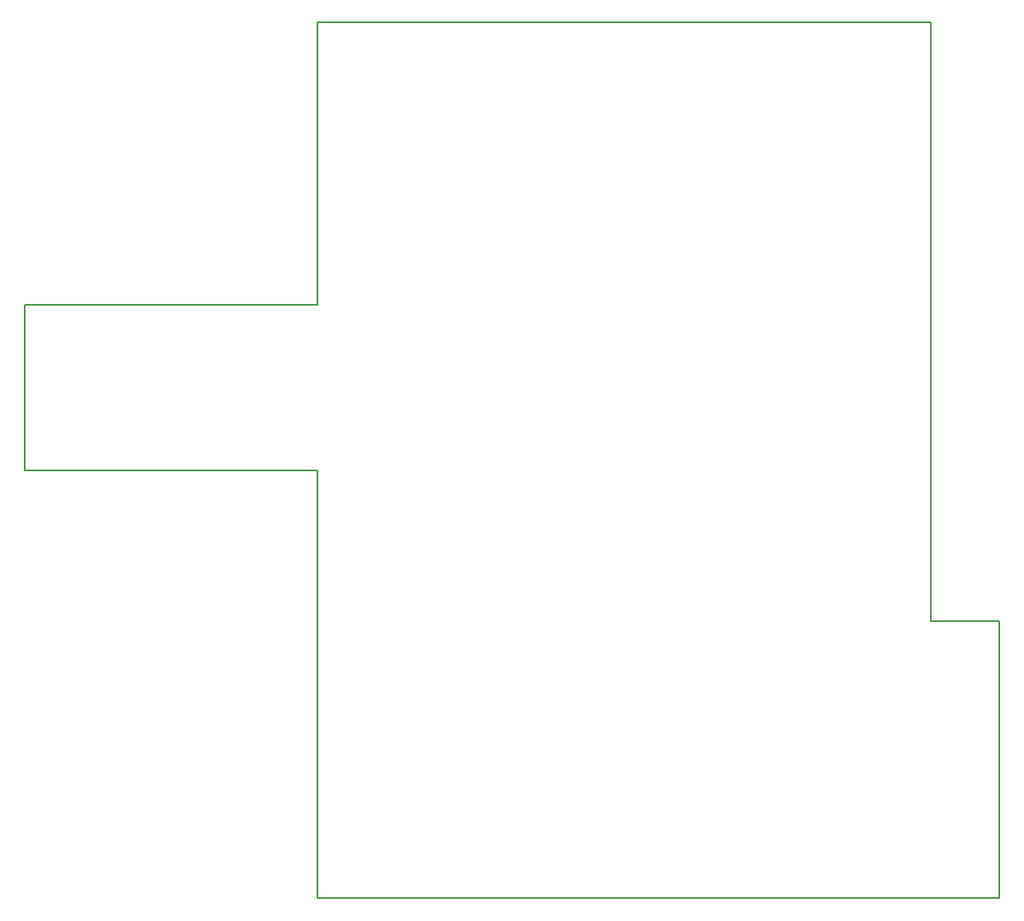
<source format=gm1>
G04 #@! TF.FileFunction,Profile,NP*
%FSLAX46Y46*%
G04 Gerber Fmt 4.6, Leading zero omitted, Abs format (unit mm)*
G04 Created by KiCad (PCBNEW 4.0.4-stable) date Mon Nov 14 15:58:05 2016*
%MOMM*%
%LPD*%
G01*
G04 APERTURE LIST*
%ADD10C,0.100000*%
%ADD11C,0.150000*%
G04 APERTURE END LIST*
D10*
D11*
X137000000Y-103500000D02*
X137000000Y-120500000D01*
X167000000Y-120500000D02*
X167000000Y-164500000D01*
X167000000Y-103500000D02*
X167000000Y-74500000D01*
X137000000Y-120500000D02*
X167000000Y-120500000D01*
X167000000Y-103500000D02*
X137000000Y-103500000D01*
X236500000Y-136000000D02*
X237000000Y-136000000D01*
X230000000Y-136000000D02*
X236500000Y-136000000D01*
X230000000Y-75500000D02*
X230000000Y-136000000D01*
X237000000Y-164500000D02*
X237000000Y-136000000D01*
X230000000Y-164500000D02*
X237000000Y-164500000D01*
X229500000Y-164500000D02*
X230000000Y-164500000D01*
X167000000Y-164500000D02*
X229500000Y-164500000D01*
X230000000Y-74500000D02*
X167000000Y-74500000D01*
X230000000Y-75500000D02*
X230000000Y-74500000D01*
M02*

</source>
